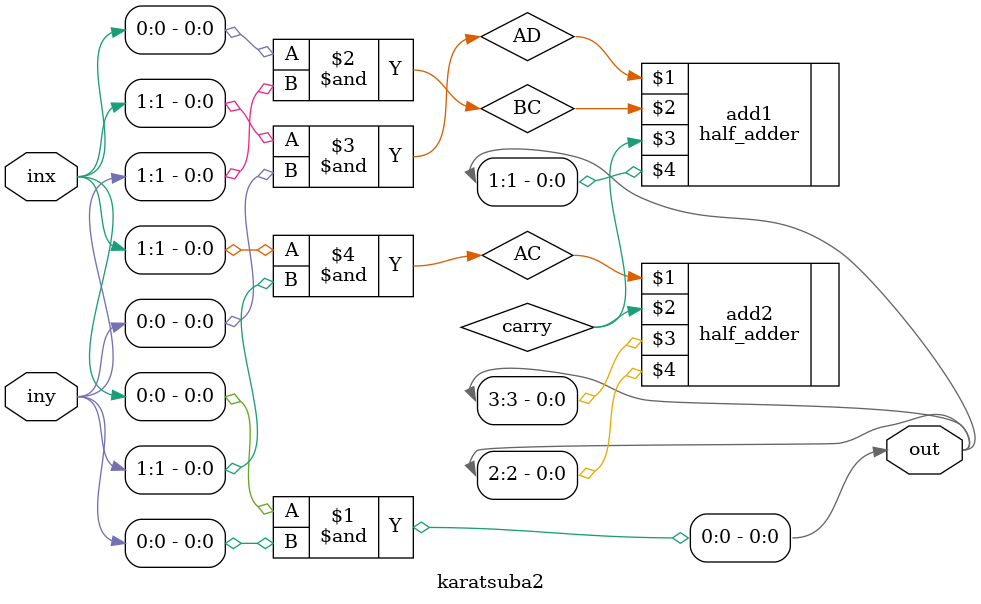
<source format=v>

module karatsuba2( inx, iny, out );
    
    input[1:0] inx, iny;
    wire AC, AD, BC, carry;
    output[3:0] out;
    
    // A = inx[1], B = inx[0], C = iny[1], D = iny[0]

    assign out[0] = inx[0]&iny[0];
    assign BC     = inx[0]&iny[1];
    assign AD     = inx[1]&iny[0];
    assign AC     = inx[1]&iny[1];
    
    half_adder add1(AD, BC, carry, out[1]);
    
    half_adder add2(AC, carry, out[3], out[2]);
    
endmodule


</source>
